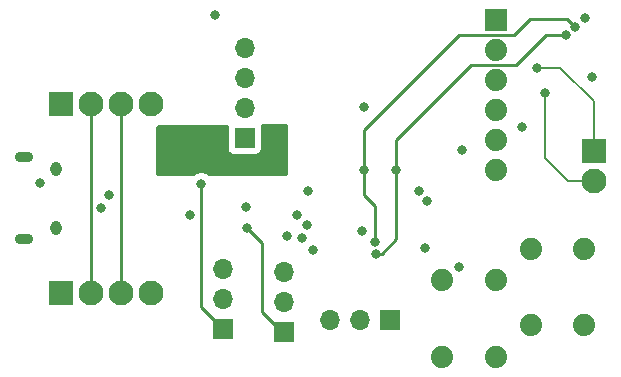
<source format=gbr>
%TF.GenerationSoftware,KiCad,Pcbnew,6.0.11-2627ca5db0~126~ubuntu22.04.1*%
%TF.CreationDate,2023-02-28T18:25:52-05:00*%
%TF.ProjectId,canbus-thermocouple,63616e62-7573-42d7-9468-65726d6f636f,1.0*%
%TF.SameCoordinates,Original*%
%TF.FileFunction,Copper,L3,Inr*%
%TF.FilePolarity,Positive*%
%FSLAX46Y46*%
G04 Gerber Fmt 4.6, Leading zero omitted, Abs format (unit mm)*
G04 Created by KiCad (PCBNEW 6.0.11-2627ca5db0~126~ubuntu22.04.1) date 2023-02-28 18:25:52*
%MOMM*%
%LPD*%
G01*
G04 APERTURE LIST*
%TA.AperFunction,ComponentPad*%
%ADD10R,1.700000X1.700000*%
%TD*%
%TA.AperFunction,ComponentPad*%
%ADD11O,1.700000X1.700000*%
%TD*%
%TA.AperFunction,ComponentPad*%
%ADD12R,2.100000X2.100000*%
%TD*%
%TA.AperFunction,ComponentPad*%
%ADD13C,2.100000*%
%TD*%
%TA.AperFunction,ComponentPad*%
%ADD14C,1.879600*%
%TD*%
%TA.AperFunction,ComponentPad*%
%ADD15R,1.879600X1.879600*%
%TD*%
%TA.AperFunction,ComponentPad*%
%ADD16O,0.950000X1.250000*%
%TD*%
%TA.AperFunction,ComponentPad*%
%ADD17O,1.550000X0.890000*%
%TD*%
%TA.AperFunction,ViaPad*%
%ADD18C,0.800000*%
%TD*%
%TA.AperFunction,Conductor*%
%ADD19C,0.250000*%
%TD*%
%TA.AperFunction,Conductor*%
%ADD20C,0.200000*%
%TD*%
G04 APERTURE END LIST*
D10*
%TO.N,+5V*%
%TO.C,U3*%
X75197300Y-80977600D03*
D11*
%TO.N,GND*%
X75197300Y-78437600D03*
%TO.N,+12V*%
X75197300Y-75897600D03*
%TO.N,unconnected-(U3-Pad4)*%
X75197300Y-73357600D03*
%TD*%
D12*
%TO.N,VIN+*%
%TO.C,J4*%
X104750000Y-82100000D03*
D13*
%TO.N,VIN-*%
X104750000Y-84640000D03*
%TD*%
D10*
%TO.N,CAN_RX*%
%TO.C,JP1*%
X73400000Y-97140000D03*
D11*
%TO.N,Net-(JP1-Pad2)*%
X73400000Y-94600000D03*
%TO.N,USB_D-*%
X73400000Y-92060000D03*
%TD*%
D12*
%TO.N,+BATT*%
%TO.C,J6*%
X59625000Y-94100000D03*
D13*
%TO.N,CANH*%
X62165000Y-94100000D03*
%TO.N,CANL*%
X64705000Y-94100000D03*
%TO.N,GND*%
X67245000Y-94100000D03*
%TD*%
D10*
%TO.N,SWDIO*%
%TO.C,J2*%
X87490000Y-96350000D03*
D11*
%TO.N,GND*%
X84950000Y-96350000D03*
%TO.N,SWDCLK*%
X82410000Y-96350000D03*
%TD*%
D14*
%TO.N,+3V3*%
%TO.C,S1*%
X96435600Y-92998800D03*
%TO.N,unconnected-(S1-Pad2)*%
X96435600Y-99501200D03*
%TO.N,Net-(R1-Pad1)*%
X91914400Y-92998800D03*
%TO.N,unconnected-(S1-Pad4)*%
X91914400Y-99501200D03*
%TD*%
D15*
%TO.N,unconnected-(J3-Pad1)*%
%TO.C,J3*%
X96500000Y-70990000D03*
D14*
%TO.N,RXD2*%
X96500000Y-73530000D03*
%TO.N,TXD2*%
X96500000Y-76070000D03*
%TO.N,Net-(J3-Pad4)*%
X96500000Y-78610000D03*
%TO.N,unconnected-(J3-Pad5)*%
X96500000Y-81150000D03*
%TO.N,GND*%
X96500000Y-83690000D03*
%TD*%
D12*
%TO.N,+BATT*%
%TO.C,J5*%
X59660000Y-78075000D03*
D13*
%TO.N,CANH*%
X62200000Y-78075000D03*
%TO.N,CANL*%
X64740000Y-78075000D03*
%TO.N,GND*%
X67280000Y-78075000D03*
%TD*%
D14*
%TO.N,GND*%
%TO.C,S2*%
X103960600Y-90323800D03*
%TO.N,unconnected-(S2-Pad2)*%
X103960600Y-96826200D03*
%TO.N,~{RESET}*%
X99439400Y-90323800D03*
%TO.N,unconnected-(S2-Pad4)*%
X99439400Y-96826200D03*
%TD*%
D16*
%TO.N,GND*%
%TO.C,J1*%
X59210000Y-83550000D03*
D17*
X56510000Y-82550000D03*
X56510000Y-89550000D03*
D16*
X59210000Y-88550000D03*
%TD*%
D10*
%TO.N,CAN_TX*%
%TO.C,JP2*%
X78525000Y-97425000D03*
D11*
%TO.N,Net-(JP2-Pad2)*%
X78525000Y-94885000D03*
%TO.N,USB_D+*%
X78525000Y-92345000D03*
%TD*%
D18*
%TO.N,+3V3*%
X85300000Y-78300000D03*
%TO.N,SDA*%
X102443245Y-72256755D03*
%TO.N,SCL*%
X103150000Y-71550000D03*
%TO.N,SDA*%
X88050000Y-83650000D03*
%TO.N,SCL*%
X85325000Y-83675000D03*
%TO.N,SDA*%
X86300000Y-90750000D03*
%TO.N,SCL*%
X86275000Y-89750000D03*
%TO.N,VIN-*%
X100650000Y-77150000D03*
%TO.N,VIN+*%
X99950000Y-75050000D03*
%TO.N,+3V3*%
X98675000Y-80075000D03*
X103975000Y-70775000D03*
%TO.N,GND*%
X104575000Y-75775000D03*
X80450000Y-88350000D03*
X72725000Y-70575000D03*
X93350000Y-91850000D03*
X80600000Y-85425000D03*
X75300000Y-86775000D03*
%TO.N,+3V3*%
X78150000Y-80600000D03*
X85100000Y-88800000D03*
X93575000Y-81950000D03*
X78750000Y-89250000D03*
X68975000Y-82275000D03*
%TO.N,VBUS*%
X57884502Y-84775000D03*
%TO.N,USB_D-*%
X63750000Y-85825000D03*
%TO.N,USB_D+*%
X63050000Y-86875000D03*
%TO.N,CAN_RX*%
X71525000Y-84850000D03*
%TO.N,Net-(JP1-Pad2)*%
X80025000Y-89475000D03*
%TO.N,CAN_TX*%
X75400000Y-88550000D03*
%TO.N,Net-(JP2-Pad2)*%
X80950000Y-90450000D03*
%TO.N,CAN_STBY*%
X70550000Y-87450000D03*
X79650000Y-87500000D03*
%TO.N,TXD2*%
X90600000Y-86275000D03*
%TO.N,RXD2*%
X89990592Y-85482770D03*
%TO.N,~{RESET}*%
X90475000Y-90300000D03*
%TD*%
D19*
%TO.N,SDA*%
X88050000Y-83650000D02*
X88050000Y-81150000D01*
X88050000Y-81150000D02*
X94394800Y-74805200D01*
X94394800Y-74805200D02*
X98169800Y-74805200D01*
X98169800Y-74805200D02*
X100718245Y-72256755D01*
X100718245Y-72256755D02*
X102443245Y-72256755D01*
%TO.N,SCL*%
X85325000Y-83675000D02*
X85325000Y-80275000D01*
X85325000Y-80275000D02*
X93334800Y-72265200D01*
X93334800Y-72265200D02*
X98009800Y-72265200D01*
X98009800Y-72265200D02*
X99350000Y-70925000D01*
X99350000Y-70925000D02*
X102525000Y-70925000D01*
X102525000Y-70925000D02*
X103150000Y-71550000D01*
%TO.N,SDA*%
X86300000Y-90750000D02*
X86850000Y-90750000D01*
X86850000Y-90750000D02*
X88050000Y-89550000D01*
X88050000Y-89550000D02*
X88050000Y-83650000D01*
%TO.N,SCL*%
X86275000Y-86750000D02*
X85325000Y-85800000D01*
X86275000Y-89750000D02*
X86275000Y-86750000D01*
X85325000Y-85800000D02*
X85325000Y-83675000D01*
D20*
%TO.N,VIN-*%
X100650000Y-77150000D02*
X100650000Y-82700000D01*
X100650000Y-82700000D02*
X102590000Y-84640000D01*
X102590000Y-84640000D02*
X104750000Y-84640000D01*
%TO.N,VIN+*%
X99950000Y-75050000D02*
X101925000Y-75050000D01*
X101925000Y-75050000D02*
X104750000Y-77875000D01*
X104750000Y-77875000D02*
X104750000Y-82100000D01*
D19*
%TO.N,CANH*%
X62165000Y-78110000D02*
X62200000Y-78075000D01*
X62165000Y-94100000D02*
X62165000Y-78110000D01*
%TO.N,CANL*%
X64705000Y-94100000D02*
X64705000Y-78110000D01*
X64705000Y-78110000D02*
X64740000Y-78075000D01*
%TO.N,CAN_RX*%
X71525000Y-95265000D02*
X73400000Y-97140000D01*
X71525000Y-84850000D02*
X71525000Y-95265000D01*
%TO.N,CAN_TX*%
X76700000Y-95725000D02*
X78400000Y-97425000D01*
X78400000Y-97425000D02*
X78525000Y-97425000D01*
X76700000Y-89850000D02*
X76700000Y-95725000D01*
X75400000Y-88550000D02*
X76700000Y-89850000D01*
%TD*%
%TA.AperFunction,Conductor*%
%TO.N,+3V3*%
G36*
X78791165Y-79820532D02*
G01*
X78838139Y-79873768D01*
X78850000Y-79927138D01*
X78850000Y-84024000D01*
X78829998Y-84092121D01*
X78776342Y-84138614D01*
X78724000Y-84150000D01*
X72148105Y-84150000D01*
X72074044Y-84125936D01*
X71987094Y-84062763D01*
X71987093Y-84062762D01*
X71981752Y-84058882D01*
X71975724Y-84056198D01*
X71975722Y-84056197D01*
X71813319Y-83983891D01*
X71813318Y-83983891D01*
X71807288Y-83981206D01*
X71713887Y-83961353D01*
X71626944Y-83942872D01*
X71626939Y-83942872D01*
X71620487Y-83941500D01*
X71429513Y-83941500D01*
X71423061Y-83942872D01*
X71423056Y-83942872D01*
X71336113Y-83961353D01*
X71242712Y-83981206D01*
X71236682Y-83983891D01*
X71236681Y-83983891D01*
X71074278Y-84056197D01*
X71074276Y-84056198D01*
X71068248Y-84058882D01*
X71062907Y-84062762D01*
X71062906Y-84062763D01*
X70975956Y-84125936D01*
X70901895Y-84150000D01*
X67851000Y-84150000D01*
X67782879Y-84129998D01*
X67736386Y-84076342D01*
X67725000Y-84024000D01*
X67725000Y-80024873D01*
X67745002Y-79956752D01*
X67798658Y-79910259D01*
X67849867Y-79898878D01*
X72807674Y-79854313D01*
X73726818Y-79846051D01*
X73795116Y-79865440D01*
X73842090Y-79918676D01*
X73852825Y-79988856D01*
X73849509Y-80002046D01*
X73850156Y-80002200D01*
X73848329Y-80009884D01*
X73845555Y-80017284D01*
X73838800Y-80079466D01*
X73838800Y-81875734D01*
X73845555Y-81937916D01*
X73896685Y-82074305D01*
X73984039Y-82190861D01*
X74100595Y-82278215D01*
X74236984Y-82329345D01*
X74299166Y-82336100D01*
X76095434Y-82336100D01*
X76157616Y-82329345D01*
X76294005Y-82278215D01*
X76410561Y-82190861D01*
X76497915Y-82074305D01*
X76549045Y-81937916D01*
X76555800Y-81875734D01*
X76555800Y-80079466D01*
X76549045Y-80017284D01*
X76543391Y-80002200D01*
X76538797Y-79989947D01*
X76533615Y-79919140D01*
X76567537Y-79856771D01*
X76629793Y-79822643D01*
X76655643Y-79819725D01*
X78062592Y-79807078D01*
X78722868Y-79801143D01*
X78791165Y-79820532D01*
G37*
%TD.AperFunction*%
%TD*%
M02*

</source>
